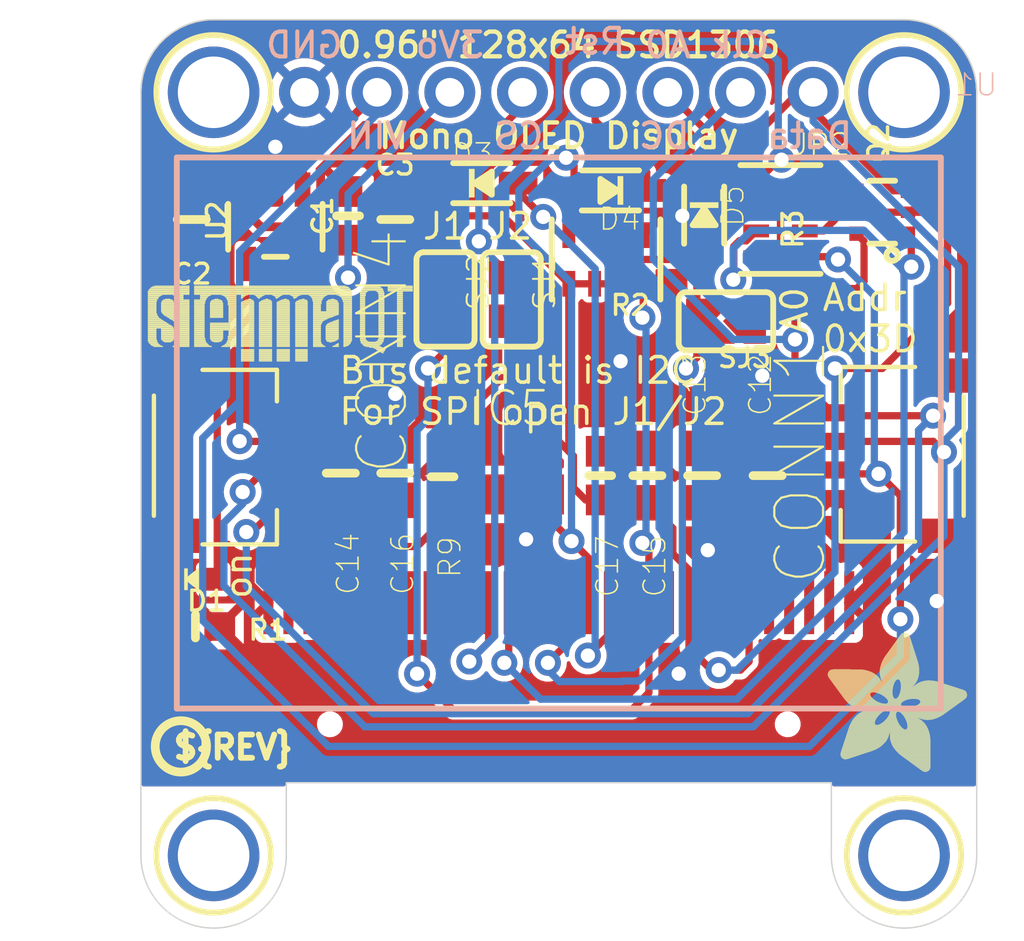
<source format=kicad_pcb>
(kicad_pcb (version 20221018) (generator pcbnew)
  (layers (0 "F.Cu" signal) (31 "B.Cu" signal) (34 "B.Paste" user) (35 "F.Paste" user) (36 "B.SilkS" user "B.Silkscreen") (37 "F.SilkS" user "F.Silkscreen") (38 "B.Mask" user) (39 "F.Mask" user) (44 "Edge.Cuts" user))
  (net 0 "")
  (net 1 "GND")
  (net 2 "SDA")
  (net 3 "SCL")
  (net 4 "3.3V")
  (net 5 "VCC")
  (net 6 "N$2")
  (net 7 "D0/SCLK/SCK_3.3V")
  (net 8 "D1/MOSI/SDA1_3.3V")
  (net 9 "N$9")
  (net 10 "CS_3.3V")
  (net 11 "RST_3.3V")
  (net 12 "DC/SA0_3.3V")
  (net 13 "CS_5.0V")
  (net 14 "RST_5.0V")
  (net 15 "DC/SA0_5.0V")
  (net 16 "N$10")
  (net 17 "N$11")
  (net 18 "N$12")
  (net 19 "N$13")
  (net 20 "N$14")
  (net 21 "N$15")
  (net 22 "N$16")
  (net 23 "N$17")
  (footprint "working:MOUNTINGHOLE_2.5_PLATED" (layer "F.Cu") (at 136.4361 118.3386)
    (fp_text reference "U$19" hide)
    (fp_text value "MOUNTINGHOLE2.5" hide)
  )
  (footprint "working:SOD-323" (layer "F.Cu") (at 145.8087 94.8436)
    (fp_text reference "D3")
    (fp_text value "1N4148")
  )
  (footprint "working:RESPACK_4X0603" (layer "F.Cu") (at 150.1521 97.5106 180)
    (fp_text reference "R2")
    (fp_text value "10K")
  )
  (footprint "working:MOUNTINGHOLE_2.5_PLATED" (layer "F.Cu") (at 136.4361 91.6686)
    (fp_text reference "U$1" hide)
    (fp_text value "MOUNTINGHOLE2.5" hide)
  )
  (footprint "working:FIDUCIAL_1MM" (layer "F.Cu") (at 134.9121 112.3061)
    (fp_text reference "FID3" hide)
    (fp_text value "FIDUCIAL_1MM" hide)
  )
  (footprint "working:RESPACK_4X0603" (layer "F.Cu") (at 156.2481 96.1136 90)
    (fp_text reference "R3")
    (fp_text value "10K")
  )
  (footprint "working:JST_SH4" (layer "F.Cu") (at 160.5661 104.3686 90)
    (fp_text reference "CONN1")
    (fp_text value "STEMMA_I2C_QT" hide)
  )
  (footprint "working:0603-NO" (layer "F.Cu") (at 149.9465 105.0646 -90)
    (fp_text reference "C17")
    (fp_text value "0.1uF")
  )
  (footprint "working:0603-NO" (layer "F.Cu") (at 141.1351 95.9866 90)
    (fp_text reference "C1")
    (fp_text value "0.1uF")
  )
  (footprint "working:0805-NO" (layer "F.Cu") (at 155.7965 105.0646 90)
    (fp_text reference "C12")
    (fp_text value "2.2uF")
  )
  (footprint "working:0805-NO" (layer "F.Cu") (at 142.7861 96.1136 90)
    (fp_text reference "C3")
    (fp_text value "10uF")
  )
  (footprint "working:0805-NO" (layer "F.Cu") (at 140.8811 104.9782 -90)
    (fp_text reference "C14")
    (fp_text value "10uF")
  )
  (footprint "working:0603-NO" (layer "F.Cu") (at 135.8011 110.3376)
    (fp_text reference "R1")
    (fp_text value "10K")
  )
  (footprint "working:0603-NO" (layer "F.Cu") (at 144.4371 105.1052 -90)
    (fp_text reference "R9")
    (fp_text value "390K")
  )
  (footprint "working:PCBFEAT-REV-040" (layer "F.Cu") (at 135.2931 114.5286)
    (fp_text reference "U$25" hide)
    (fp_text value "" hide)
  )
  (footprint "working:MOUNTINGHOLE_2.5_PLATED" (layer "F.Cu") (at 160.5661 118.3386)
    (fp_text reference "U$21" hide)
    (fp_text value "MOUNTINGHOLE2.5" hide)
  )
  (footprint "working:STEMMAQT" (layer "F.Cu") (at 134.1501 101.0666)
    (fp_text reference "U$31" hide)
    (fp_text value "" hide)
  )
  (footprint "working:SOT23-5" (layer "F.Cu") (at 138.5951 96.3676 180)
    (fp_text reference "U2")
    (fp_text value "AP2112K-3.3")
  )
  (footprint "working:0805-NO" (layer "F.Cu") (at 151.5975 105.0646 -90)
    (fp_text reference "C15")
    (fp_text value "10uF")
  )
  (footprint "working:MOUNTINGHOLE_2.5_PLATED" (layer "F.Cu") (at 160.5661 91.6686)
    (fp_text reference "U$17" hide)
    (fp_text value "MOUNTINGHOLE2.5" hide)
  )
  (footprint "working:SOT23" (layer "F.Cu") (at 147.2311 104.6226)
    (fp_text reference "IC5")
    (fp_text value "APX803")
  )
  (footprint "working:0805-NO" (layer "F.Cu") (at 153.5105 105.0646 90)
    (fp_text reference "C13")
    (fp_text value "2.2uF")
  )
  (footprint "working:0805-NO" (layer "F.Cu") (at 135.6741 96.1136 -90)
    (fp_text reference "C2")
    (fp_text value "10uF")
  )
  (footprint "working:ADAFRUIT_5MM" (layer "F.Cu") (at 157.8991 115.4176)
    (fp_text reference "U$8" hide)
    (fp_text value "" hide)
  )
  (footprint "working:SOLDERJUMPER_CLOSEDWIRE" (layer "F.Cu") (at 146.8567 98.9076 -90)
    (fp_text reference "SJ1")
    (fp_text value "")
  )
  (footprint "working:SOT363" (layer "F.Cu") (at 159.8041 95.8596 90)
    (fp_text reference "Q2")
    (fp_text value "BSS138")
  )
  (footprint "working:FIDUCIAL_1MM" (layer "F.Cu") (at 162.0901 94.4245)
    (fp_text reference "FID4" hide)
    (fp_text value "FIDUCIAL_1MM" hide)
  )
  (footprint "working:SOLDERJUMPER_ARROW_NOPASTE" (layer "F.Cu") (at 154.3431 99.6696 180)
    (fp_text reference "SJ3")
    (fp_text value "")
  )
  (footprint "working:SOD-323" (layer "F.Cu") (at 153.5811 95.9612 -90)
    (fp_text reference "D5")
    (fp_text value "1N4148")
  )
  (footprint "working:JST_SH4" (layer "F.Cu") (at 136.4361 104.3686 -90)
    (fp_text reference "CONN4")
    (fp_text value "STEMMA_I2C_QT" hide)
  )
  (footprint "working:SOD-323" (layer "F.Cu") (at 150.3045 95.0976 180)
    (fp_text reference "D4")
    (fp_text value "1N4148")
  )
  (footprint "working:0805-NO" (layer "F.Cu") (at 142.7861 104.9782 -90)
    (fp_text reference "C16")
    (fp_text value "10uF")
  )
  (footprint "working:CHIPLED_0603_NOOUTLINE" (layer "F.Cu") (at 135.6741 108.6866 90)
    (fp_text reference "D1")
    (fp_text value "GREEN")
  )
  (footprint "working:SOLDERJUMPER_CLOSEDWIRE" (layer "F.Cu") (at 144.5415 98.9076 -90)
    (fp_text reference "SJ2")
    (fp_text value "")
  )
  (footprint "working:1X08_ROUND_70" (layer "F.Cu") (at 148.5011 91.6686 180)
    (fp_text reference "JP2")
    (fp_text value "")
  )
  (footprint "working:UG-2864HSWEG01_0.96IN_WRAPAROUND" (layer "B.Cu") (at 148.5011 108.3056 180)
    (fp_text reference "U1")
    (fp_text value "UG-2864HSWEG01")
  )
  (gr_arc (start 133.8961 91.6686) (mid 134.640049 89.872549) (end 136.4361 89.1286) (stroke (width 0.05)) (layer "Edge.Cuts"))
  (gr_line (start 158.0261 115.7986) (end 158.0261 118.3386) (stroke (width 0.05)) (layer "Edge.Cuts"))
  (gr_line (start 133.8961 91.6686) (end 133.8961 118.3386) (stroke (width 0.05)) (layer "Edge.Cuts"))
  (gr_arc (start 136.4361 120.8786) (mid 134.640049 120.134651) (end 133.8961 118.3386) (stroke (width 0.05)) (layer "Edge.Cuts"))
  (gr_line (start 163.1061 118.3386) (end 163.1061 91.6686) (stroke (width 0.05)) (layer "Edge.Cuts"))
  (gr_line (start 160.5661 89.1286) (end 136.4361 89.1286) (stroke (width 0.05)) (layer "Edge.Cuts"))
  (gr_arc (start 160.5661 120.8786) (mid 158.770049 120.134651) (end 158.0261 118.3386) (stroke (width 0.05)) (layer "Edge.Cuts"))
  (gr_arc (start 163.1061 118.3386) (mid 162.362151 120.134651) (end 160.5661 120.8786) (stroke (width 0.05)) (layer "Edge.Cuts"))
  (gr_arc (start 138.9761 118.3386) (mid 138.232151 120.134651) (end 136.4361 120.8786) (stroke (width 0.05)) (layer "Edge.Cuts"))
  (gr_line (start 138.9761 115.7986) (end 158.0261 115.7986) (stroke (width 0.05)) (layer "Edge.Cuts"))
  (gr_line (start 138.9761 118.3386) (end 138.9761 115.7986) (stroke (width 0.05)) (layer "Edge.Cuts"))
  (gr_arc (start 160.5661 89.1286) (mid 162.362151 89.872549) (end 163.1061 91.6686) (stroke (width 0.05)) (layer "Edge.Cuts"))
  (gr_text "GND" (at 139.6111 90.0176) (layer "B.SilkS") (effects (font (size 0.87376 0.87376) (thickness 0.14224)) (justify mirror)))
  (gr_text "Clk" (at 154.8511 90.0176) (layer "B.SilkS") (effects (font (size 0.87376 0.87376) (thickness 0.14224)) (justify mirror)))
  (gr_text "Rst" (at 149.7711 89.8906) (layer "B.SilkS") (effects (font (size 0.87376 0.87376) (thickness 0.14224)) (justify mirror)))
  (gr_text "A0" (at 152.3111 90.0176) (layer "B.SilkS") (effects (font (size 0.87376 0.87376) (thickness 0.14224)) (justify mirror)))
  (gr_text "VIN" (at 142.1511 93.1926) (layer "B.SilkS") (effects (font (size 0.87376 0.87376) (thickness 0.14224)) (justify mirror)))
  (gr_text "CS" (at 147.1041 93.1926) (layer "B.SilkS") (effects (font (size 0.87376 0.87376) (thickness 0.14224)) (justify mirror)))
  (gr_text "Data" (at 157.2641 93.1926) (layer "B.SilkS") (effects (font (size 0.87376 0.87376) (thickness 0.14224)) (justify mirror)))
  (gr_text "3Vo" (at 144.6911 90.0176) (layer "B.SilkS") (effects (font (size 0.87376 0.87376) (thickness 0.14224)) (justify mirror)))
  (gr_text "DC" (at 152.1841 93.1926) (layer "B.SilkS") (effects (font (size 0.87376 0.87376) (thickness 0.14224)) (justify mirror)))
  (gr_text "J2" (at 145.9611 96.8756) (layer "F.SilkS") (effects (font (size 0.89408 0.89408) (thickness 0.12192)) (justify left bottom)))
  (gr_text "Mono OLED Display" (at 148.5011 93.1926) (layer "F.SilkS") (effects (font (size 0.8636 0.8636) (thickness 0.1524))))
  (gr_text "Addr\n0x3D" (at 157.6451 100.8126) (layer "F.SilkS") (effects (font (size 0.89408 0.89408) (thickness 0.12192)) (justify left bottom)))
  (gr_text "A0" (at 157.2641 100.1776 90) (layer "F.SilkS") (effects (font (size 0.89408 0.89408) (thickness 0.12192)) (justify left bottom)))
  (gr_text "on" (at 137.8331 109.4486 90) (layer "F.SilkS") (effects (font (size 0.89408 0.89408) (thickness 0.12192)) (justify left bottom)))
  (gr_text "Bus default is I2C\nFor SPI open J1/J2" (at 140.7541 103.3526) (layer "F.SilkS") (effects (font (size 0.89408 0.89408) (thickness 0.12192)) (justify left bottom)))
  (gr_text "0.96\" 128x64 SSD1306" (at 148.5011 90.0176) (layer "F.SilkS") (effects (font (size 0.8636 0.8636) (thickness 0.1524))))
  (gr_text "J1" (at 143.6751 96.8756) (layer "F.SilkS") (effects (font (size 0.89408 0.89408) (thickness 0.12192)) (justify left bottom)))
  (via (at 155.6131 101.5746) (size 0.9064) (drill 0.5) (layers "F.Cu" "B.Cu") (net 1))
  (via (at 152.8191 95.9866) (size 0.9064) (drill 0.5) (layers "F.Cu" "B.Cu") (net 1))
  (via (at 147.3581 107.2896) (size 0.9064) (drill 0.5) (layers "F.Cu" "B.Cu") (net 1))
  (via (at 150.6601 101.0666) (size 0.9064) (drill 0.5) (layers "F.Cu" "B.Cu") (net 1))
  (via (at 161.7091 109.4486) (size 0.9064) (drill 0.5) (layers "F.Cu" "B.Cu") (net 1))
  (via (at 152.6921 111.9886) (size 0.9064) (drill 0.5) (layers "F.Cu" "B.Cu") (net 1))
  (via (at 153.7081 107.6706) (size 0.9064) (drill 0.5) (layers "F.Cu" "B.Cu") (net 1))
  (via (at 138.5951 93.5736) (size 0.9064) (drill 0.5) (layers "F.Cu" "B.Cu") (net 1))
  (via (at 142.7861 102.2096) (size 0.9064) (drill 0.5) (layers "F.Cu" "B.Cu") (net 1))
  (segment (start 138.2221 104.8686) (end 138.9501 104.8686) (width 0.254) (layer "F.Cu") (net 2))
  (segment (start 154.7051 95.7136) (end 154.4701 95.4786) (width 0.254) (layer "F.Cu") (net 2))
  (segment (start 157.3911 92.3036) (end 157.3911 91.7956) (width 0.254) (layer "F.Cu") (net 2))
  (segment (start 137.4521 105.6386) (end 138.2221 104.8686) (width 0.254) (layer "F.Cu") (net 2))
  (segment (start 155.3981 95.7136) (end 154.7051 95.7136) (width 0.254) (layer "F.Cu") (net 2))
  (segment (start 154.4701 94.0816) (end 156.7561 91.7956) (width 0.254) (layer "F.Cu") (net 2))
  (segment (start 156.7561 91.7956) (end 157.3911 91.7956) (width 0.254) (layer "F.Cu") (net 2))
  (segment (start 158.0521 103.8686) (end 161.5901 103.8686) (width 0.254) (layer "F.Cu") (net 2))
  (segment (start 160.7041 95.1096) (end 160.1971 95.1096) (width 0.254) (layer "F.Cu") (net 2))
  (segment (start 160.1971 95.1096) (end 157.3911 92.3036) (width 0.254) (layer "F.Cu") (net 2))
  (segment (start 161.5901 103.8686) (end 161.9631 104.2416) (width 0.254) (layer "F.Cu") (net 2))
  (segment (start 154.4701 95.4786) (end 154.4701 94.0816) (width 0.254) (layer "F.Cu") (net 2))
  (segment (start 157.3911 91.7956) (end 157.3911 91.6686) (width 0.254) (layer "F.Cu") (net 2))
  (via (at 137.4521 105.6386) (size 0.9064) (drill 0.5) (layers "F.Cu" "B.Cu") (net 2))
  (via (at 161.9631 104.2416) (size 0.9064) (drill 0.5) (layers "F.Cu" "B.Cu") (net 2))
  (segment (start 161.9631 104.2416) (end 161.9631 103.8606) (width 0.254) (layer "B.Cu") (net 2))
  (segment (start 162.4711 103.3526) (end 161.9631 103.8606) (width 0.254) (layer "B.Cu") (net 2))
  (segment (start 141.7193 113.8428) (end 136.7957 108.9192) (width 0.254) (layer "B.Cu") (net 2))
  (segment (start 137.4521 106.0547) (end 137.4521 105.6386) (width 0.254) (layer "B.Cu") (net 2))
  (segment (start 155.294481 113.8428) (end 141.7193 113.8428) (width 0.254) (layer "B.Cu") (net 2))
  (segment (start 157.3911 92.6846) (end 157.3911 91.6686) (width 0.254) (layer "B.Cu") (net 2))
  (segment (start 136.7957 108.9192) (end 136.7957 106.7111) (width 0.254) (layer "B.Cu") (net 2))
  (segment (start 162.4711 103.3526) (end 162.4711 97.7646) (width 0.254) (layer "B.Cu") (net 2))
  (segment (start 161.9631 104.2416) (end 161.9631 107.174182) (width 0.254) (layer "B.Cu") (net 2))
  (segment (start 136.7957 106.7111) (end 137.4521 106.0547) (width 0.254) (layer "B.Cu") (net 2))
  (segment (start 162.4711 97.7646) (end 157.3911 92.6846) (width 0.254) (layer "B.Cu") (net 2))
  (segment (start 161.9631 107.174182) (end 155.294481 113.8428) (width 0.254) (layer "B.Cu") (net 2))
  (segment (start 156.7561 101.5726) (end 158.0521 102.8686) (width 0.254) (layer "F.Cu") (net 3))
  (segment (start 159.1691 96.8746) (end 158.9041 96.6096) (width 0.254) (layer "F.Cu") (net 3))
  (segment (start 158.1551 102.9716) (end 158.0521 102.8686) (width 0.254) (layer "F.Cu") (net 3))
  (segment (start 156.5111 98.5266) (end 156.7561 98.5266) (width 0.254) (layer "F.Cu") (net 3))
  (segment (start 156.7561 98.5266) (end 156.7561 100.3046) (width 0.254) (layer "F.Cu") (net 3))
  (segment (start 156.7561 100.3046) (end 156.7561 101.5726) (width 0.254) (layer "F.Cu") (net 3))
  (segment (start 155.3981 97.4136) (end 156.5111 98.5266) (width 0.254) (layer "F.Cu") (net 3))
  (segment (start 138.9501 105.8686) (end 137.7831 107.0356) (width 0.254) (layer "F.Cu") (net 3))
  (segment (start 156.7561 98.5266) (end 158.9151 98.5266) (width 0.254) (layer "F.Cu") (net 3))
  (segment (start 161.5821 102.9716) (end 158.1551 102.9716) (width 0.254) (layer "F.Cu") (net 3))
  (segment (start 158.9151 98.5266) (end 159.1691 98.2726) (width 0.254) (layer "F.Cu") (net 3))
  (segment (start 159.1691 98.2726) (end 159.1691 96.8746) (width 0.254) (layer "F.Cu") (net 3))
  (segment (start 137.7831 107.0356) (end 137.5791 107.0356) (width 0.254) (layer "F.Cu") (net 3))
  (via (at 161.5821 102.9716) (size 0.9064) (drill 0.5) (layers "F.Cu" "B.Cu") (net 3))
  (via (at 137.5791 107.0356) (size 0.9064) (drill 0.5) (layers "F.Cu" "B.Cu") (net 3))
  (via (at 156.7561 100.3046) (size 0.9064) (drill 0.5) (layers "F.Cu" "B.Cu") (net 3))
  (segment (start 154.5971 100.3046) (end 151.8031 97.5106) (width 0.254) (layer "B.Cu") (net 3))
  (segment (start 137.5791 108.9406) (end 142.0241 113.3856) (width 0.254) (layer "B.Cu") (net 3))
  (segment (start 151.8031 94.7166) (end 151.8031 97.5106) (width 0.254) (layer "B.Cu") (net 3))
  (segment (start 161.0741 107.4166) (end 161.0741 103.4796) (width 0.254) (layer "B.Cu") (net 3))
  (segment (start 155.1051 113.3856) (end 161.0741 107.4166) (width 0.254) (layer "B.Cu") (net 3))
  (segment (start 137.5791 107.0356) (end 137.5791 108.9406) (width 0.254) (layer "B.Cu") (net 3))
  (segment (start 154.8511 91.6686) (end 151.8031 94.7166) (width 0.254) (layer "B.Cu") (net 3))
  (segment (start 142.0241 113.3856) (end 155.1051 113.3856) (width 0.254) (layer "B.Cu") (net 3))
  (segment (start 161.0741 103.4796) (end 161.5821 102.9716) (width 0.254) (layer "B.Cu") (net 3))
  (segment (start 156.7561 100.3046) (end 154.5971 100.3046) (width 0.254) (layer "B.Cu") (net 3))
  (segment (start 149.0113 105.4874) (end 149.0113 104.377825) (width 0.254) (layer "F.Cu") (net 4))
  (segment (start 151.5975 106.0146) (end 152.4865 106.9036) (width 0.254) (layer "F.Cu") (net 4))
  (segment (start 147.987 97.4955) (end 147.987 97.424625) (width 0.254) (layer "F.Cu") (net 4))
  (segment (start 152.4865 106.9036) (end 152.4865 107.7926) (width 0.254) (layer "F.Cu") (net 4))
  (segment (start 144.5415 96.6442) (end 144.5415 98.1456) (width 0.254) (layer "F.Cu") (net 4))
  (segment (start 158.0896 95.1611) (end 158.0896 96.1771) (width 0.254) (layer "F.Cu") (net 4))
  (segment (start 149.9465 105.9146) (end 149.4385 105.9146) (width 0.254) (layer "F.Cu") (net 4))
  (segment (start 162.0901 99.0346) (end 159.8041 101.3206) (width 0.254) (layer "F.Cu") (net 4))
  (segment (start 158.0896 96.1771) (end 157.7531 96.5136) (width 0.254) (layer "F.Cu") (net 4))
  (segment (start 136.5631 100.6497) (end 139.5451 97.6677) (width 0.254) (layer "F.Cu") (net 4))
  (segment (start 139.5451 97.6677) (end 140.3762 96.8366) (width 0.3048) (layer "F.Cu") (net 4))
  (segment (start 142.7861 97.0636) (end 143.8681 98.1456) (width 0.3048) (layer "F.Cu") (net 4))
  (segment (start 150.0465 106.0146) (end 149.9465 105.9146) (width 0.254) (layer "F.Cu") (net 4))
  (segment (start 159.8041 101.3206) (end 158.1531 101.3206) (width 0.254) (layer "F.Cu") (net 4))
  (segment (start 136.5631 108.5476) (end 136.5631 100.6497) (width 0.254) (layer "F.Cu") (net 4))
  (segment (start 158.4071 95.8596) (end 158.0896 96.1771) (width 0.254) (layer "F.Cu") (net 4))
  (segment (start 147.987 97.424625) (end 146.548975 95.9866) (width 0.254) (layer "F.Cu") (net 4))
  (segment (start 148.8521 104.218625) (end 149.0113 104.377825) (width 0.254) (layer "F.Cu") (net 4))
  (segment (start 160.7041 95.8596) (end 158.9041 95.8596) (width 0.254) (layer "F.Cu") (net 4))
  (segment (start 153.0511 109.5056) (end 153.0511 111.0776) (width 0.254) (layer "F.Cu") (net 4))
  (segment (start 148.8521 104.218625) (end 148.156075 103.5226) (width 0.254) (layer "F.Cu") (net 4))
  (segment (start 143.8681 98.1456) (end 144.5415 98.1456) (width 0.3048) (layer "F.Cu") (net 4))
  (segment (start 141.1351 98.1456) (end 141.1351 96.8366) (width 0.254) (layer "F.Cu") (net 4))
  (segment (start 148.8521 98.3606) (end 147.987 97.4955) (width 0.254) (layer "F.Cu") (net 4))
  (segment (start 142.5591 96.8366) (end 142.7861 97.0636) (width 0.3048) (layer "F.Cu") (net 4))
  (segment (start 153.8351 111.8616) (end 154.0891 111.8616) (width 0.254) (layer "F.Cu") (net 4))
  (segment (start 162.0901 96.4946) (end 162.0901 99.0346) (width 0.254) (layer "F.Cu") (net 4))
  (segment (start 157.0981 94.8136) (end 157.7421 94.8136) (width 0.254) (layer "F.Cu") (net 4))
  (segment (start 145.1991 95.9866) (end 144.5415 96.6442) (width 0.254) (layer "F.Cu") (net 4))
  (segment (start 148.156075 103.5226) (end 147.2311 103.5226) (width 0.254) (layer "F.Cu") (net 4))
  (segment (start 157.7531 96.5136) (end 157.0981 96.5136) (width 0.254) (layer "F.Cu") (net 4))
  (segment (start 136.4241 108.6866) (end 136.5631 108.5476) (width 0.254) (layer "F.Cu") (net 4))
  (segment (start 157.7421 94.8136) (end 158.0896 95.1611) (width 0.254) (layer "F.Cu") (net 4))
  (segment (start 161.4551 95.8596) (end 162.0901 96.4946) (width 0.254) (layer "F.Cu") (net 4))
  (segment (start 140.3762 96.8366) (end 141.1351 96.8366) (width 0.3048) (layer "F.Cu") (net 4))
  (segment (start 154.0891 111.8616) (end 154.8511 111.8616) (width 0.254) (layer "F.Cu") (net 4))
  (segment (start 146.548975 95.9866) (end 145.1991 95.9866) (width 0.254) (layer "F.Cu") (net 4))
  (segment (start 160.7041 95.8596) (end 161.4551 95.8596) (width 0.254) (layer "F.Cu") (net 4))
  (segment (start 150.5521 98.3606) (end 149.7521 98.3606) (width 0.254) (layer "F.Cu") (net 4))
  (segment (start 154.8511 111.8616) (end 155.1511 111.5616) (width 0.254) (layer "F.Cu") (net 4))
  (segment (start 153.0511 108.3572) (end 153.0511 109.5056) (width 0.254) (layer "F.Cu") (net 4))
  (segment (start 153.0511 111.0776) (end 153.8351 111.8616) (width 0.254) (layer "F.Cu") (net 4))
  (segment (start 151.5975 106.0146) (end 150.0465 106.0146) (width 0.254) (layer "F.Cu") (net 4))
  (segment (start 148.8521 98.3606) (end 148.8521 104.218625) (width 0.254) (layer "F.Cu") (net 4))
  (segment (start 149.4385 105.9146) (end 149.0113 105.4874) (width 0.254) (layer "F.Cu") (net 4))
  (segment (start 155.1511 111.5616) (end 155.1511 109.5056) (width 0.254) (layer "F.Cu") (net 4))
  (segment (start 158.9041 95.8596) (end 158.4071 95.8596) (width 0.254) (layer "F.Cu") (net 4))
  (segment (start 153.0511 108.3572) (end 152.4865 107.7926) (width 0.254) (layer "F.Cu") (net 4))
  (segment (start 141.1351 96.8366) (end 142.5591 96.8366) (width 0.3048) (layer "F.Cu") (net 4))
  (segment (start 149.7521 98.3606) (end 148.8521 98.3606) (width 0.254) (layer "F.Cu") (net 4))
  (via (at 154.0891 111.8616) (size 0.9064) (drill 0.5) (layers "F.Cu" "B.Cu") (net 4))
  (via (at 141.1351 98.1456) (size 0.9064) (drill 0.5) (layers "F.Cu" "B.Cu") (net 4))
  (via (at 158.1531 101.3206) (size 0.9064) (drill 0.5) (layers "F.Cu" "B.Cu") (net 4))
  (segment (start 158.1531 108.4326) (end 154.7241 111.8616) (width 0.254) (layer "B.Cu") (net 4))
  (segment (start 158.1531 101.3206) (end 158.1531 108.4326) (width 0.254) (layer "B.Cu") (net 4))
  (segment (start 154.7241 111.8616) (end 154.0891 111.8616) (width 0.254) (layer "B.Cu") (net 4))
  (segment (start 141.1351 95.2246) (end 141.1351 98.1456) (width 0.254) (layer "B.Cu") (net 4))
  (segment (start 144.6911 91.6686) (end 141.1351 95.2246) (width 0.254) (layer "B.Cu") (net 4))
  (segment (start 158.1871 105.0036) (end 158.0521 104.8686) (width 0.254) (layer "F.Cu") (net 5))
  (segment (start 160.4391 110.0836) (end 160.4391 105.7656) (width 0.254) (layer "F.Cu") (net 5))
  (segment (start 137.6451 95.9256) (end 137.6451 95.0675) (width 0.3048) (layer "F.Cu") (net 5))
  (segment (start 139.5451 95.0675) (end 139.5451 95.9256) (width 0.3048) (layer "F.Cu") (net 5))
  (segment (start 138.0871 96.3676) (end 137.6451 95.9256) (width 0.3048) (layer "F.Cu") (net 5))
  (segment (start 159.6771 105.0036) (end 158.1871 105.0036) (width 0.254) (layer "F.Cu") (net 5))
  (segment (start 158.2587 97.4136) (end 158.2587 97.5106) (width 0.254) (layer "F.Cu") (net 5))
  (segment (start 156.2481 96.1136) (end 156.2481 97.1296) (width 0.254) (layer "F.Cu") (net 5))
  (segment (start 160.4391 105.7656) (end 159.6771 105.0036) (width 0.254) (layer "F.Cu") (net 5))
  (segment (start 137.549 95.1636) (end 135.6741 95.1636) (width 0.3048) (layer "F.Cu") (net 5))
  (segment (start 142.1511 91.6686) (end 139.5451 94.2746) (width 0.3048) (layer "F.Cu") (net 5))
  (segment (start 156.5321 97.4136) (end 157.0981 97.4136) (width 0.254) (layer "F.Cu") (net 5))
  (segment (start 139.1031 96.3676) (end 138.0871 96.3676) (width 0.3048) (layer "F.Cu") (net 5))
  (segment (start 157.0981 95.7136) (end 156.6481 95.7136) (width 0.254) (layer "F.Cu") (net 5))
  (segment (start 138.9501 103.8686) (end 137.3545 103.8686) (width 0.254) (layer "F.Cu") (net 5))
  (segment (start 137.3545 103.8686) (end 137.3465 103.8606) (width 0.254) (layer "F.Cu") (net 5))
  (segment (start 137.6451 95.0675) (end 137.549 95.1636) (width 0.3048) (layer "F.Cu") (net 5))
  (segment (start 156.6481 95.7136) (end 156.2481 96.1136) (width 0.254) (layer "F.Cu") (net 5))
  (segment (start 157.0981 97.4136) (end 158.2587 97.4136) (width 0.254) (layer "F.Cu") (net 5))
  (segment (start 156.2481 97.1296) (end 156.5321 97.4136) (width 0.254) (layer "F.Cu") (net 5))
  (segment (start 139.5451 95.9256) (end 139.1031 96.3676) (width 0.3048) (layer "F.Cu") (net 5))
  (segment (start 139.5451 94.2746) (end 139.5451 95.0675) (width 0.3048) (layer "F.Cu") (net 5))
  (via (at 159.6771 105.0036) (size 0.9064) (drill 0.5) (layers "F.Cu" "B.Cu") (net 5))
  (via (at 137.3465 103.8606) (size 0.9064) (drill 0.5) (layers "F.Cu" "B.Cu") (net 5))
  (via (at 158.2587 97.5106) (size 0.9064) (drill 0.5) (layers "F.Cu" "B.Cu") (net 5))
  (via (at 160.4391 110.0836) (size 0.9064) (drill 0.5) (layers "F.Cu" "B.Cu") (net 5))
  (segment (start 137.3465 103.8606) (end 137.3465 102.4636) (width 0.254) (layer "B.Cu") (net 5))
  (segment (start 157.2641 114.5286) (end 160.4391 111.3536) (width 0.254) (layer "B.Cu") (net 5))
  (segment (start 137.3465 102.4636) (end 136.0551 103.755) (width 0.254) (layer "B.Cu") (net 5))
  (segment (start 159.5287 104.8552) (end 159.6771 105.0036) (width 0.254) (layer "B.Cu") (net 5))
  (segment (start 142.1511 92.4306) (end 142.1511 91.6686) (width 0.254) (layer "B.Cu") (net 5))
  (segment (start 137.3465 102.4636) (end 137.3465 97.2352) (width 0.254) (layer "B.Cu") (net 5))
  (segment (start 160.4391 111.3536) (end 160.4391 110.0836) (width 0.254) (layer "B.Cu") (net 5))
  (segment (start 159.5287 98.7806) (end 159.5287 104.8552) (width 0.254) (layer "B.Cu") (net 5))
  (segment (start 159.5287 98.7806) (end 158.2587 97.5106) (width 0.254) (layer "B.Cu") (net 5))
  (segment (start 136.0551 103.755) (end 136.0551 110.131263) (width 0.254) (layer "B.Cu") (net 5))
  (segment (start 137.3465 97.2352) (end 142.1511 92.4306) (width 0.254) (layer "B.Cu") (net 5))
  (segment (start 136.0551 110.131263) (end 140.452437 114.5286) (width 0.254) (layer "B.Cu") (net 5))
  (segment (start 140.452437 114.5286) (end 157.2641 114.5286) (width 0.254) (layer "B.Cu") (net 5))
  (segment (start 134.9241 108.6866) (end 134.9241 110.3106) (width 0.254) (layer "F.Cu") (net 6))
  (segment (start 134.9241 110.3106) (end 134.9511 110.3376) (width 0.254) (layer "F.Cu") (net 6))
  (segment (start 155.0533 96.8584) (end 154.811325 96.8584) (width 0.254) (layer "F.Cu") (net 7))
  (segment (start 154.811325 96.8584) (end 154.6179 97.051825) (width 0.254) (layer "F.Cu") (net 7))
  (segment (start 154.6179 98.197688) (end 154.5984 98.217188) (width 0.254) (layer "F.Cu") (net 7))
  (segment (start 154.6179 97.051825) (end 154.6179 98.197688) (width 0.254) (layer "F.Cu") (net 7))
  (segment (start 155.3981 96.5136) (end 155.0533 96.8584) (width 0.254) (layer "F.Cu") (net 7))
  (segment (start 146.5961 111.408575) (end 146.7511 111.563575) (width 0.254) (layer "F.Cu") (net 7))
  (segment (start 160.8201 97.7646) (end 160.8201 96.7256) (width 0.254) (layer "F.Cu") (net 7))
  (segment (start 146.7511 109.5056) (end 146.7511 111.563575) (width 0.254) (layer "F.Cu") (net 7))
  (segment (start 160.8201 96.7256) (end 160.7041 96.6096) (width 0.254) (layer "F.Cu") (net 7))
  (segment (start 146.5961 111.6076) (end 146.5961 111.408575) (width 0.254) (layer "F.Cu") (net 7))
  (via (at 160.8201 97.7646) (size 0.9064) (drill 0.5) (layers "F.Cu" "B.Cu") (net 7))
  (via (at 154.5984 98.217188) (size 0.9064) (drill 0.5) (layers "F.Cu" "B.Cu") (net 7))
  (via (at 146.5961 111.6076) (size 0.9064) (drill 0.5) (layers "F.Cu" "B.Cu") (net 7))
  (segment (start 154.5984 97.1283) (end 155.2321 96.4946) (width 0.254) (layer "B.Cu") (net 7))
  (segment (start 160.5661 98.0186) (end 160.8201 97.7646) (width 0.254) (layer "B.Cu") (net 7))
  (segment (start 154.5984 98.217188) (end 154.5984 97.1283) (width 0.254) (layer "B.Cu") (net 7))
  (segment (start 155.2321 96.4946) (end 159.1691 96.4946) (width 0.254) (layer "B.Cu") (net 7))
  (segment (start 146.5961 111.6076) (end 147.8661 112.8776) (width 0.254) (layer "B.Cu") (net 7))
  (segment (start 160.4391 97.7646) (end 160.8201 97.7646) (width 0.254) (layer "B.Cu") (net 7))
  (segment (start 160.5661 98.0186) (end 160.5661 107.0356) (width 0.254) (layer "B.Cu") (net 7))
  (segment (start 154.7241 112.8776) (end 160.5661 107.0356) (width 0.254) (layer "B.Cu") (net 7))
  (segment (start 154.7241 112.8776) (end 147.8661 112.8776) (width 0.254) (layer "B.Cu") (net 7))
  (segment (start 159.1691 96.4946) (end 160.4391 97.7646) (width 0.254) (layer "B.Cu") (net 7))
  (segment (start 156.1301 94.0816) (end 155.3981 94.8136) (width 0.254) (layer "F.Cu") (net 8))
  (segment (start 145.7071 96.8756) (end 145.7071 96.996) (width 0.254) (layer "F.Cu") (net 8))
  (segment (start 157.8761 94.0816) (end 156.2481 94.0816) (width 0.254) (layer "F.Cu") (net 8))
  (segment (start 156.283406 94.025007) (end 156.283406 94.046294) (width 0.254) (layer "F.Cu") (net 8))
  (segment (start 146.0511 110.8826) (end 145.37205 111.56165) (width 0.254) (layer "F.Cu") (net 8))
  (segment (start 146.0511 109.5056) (end 146.0511 110.8826) (width 0.254) (layer "F.Cu") (net 8))
  (segment (start 156.2481 94.0816) (end 156.1301 94.0816) (width 0.254) (layer "F.Cu") (net 8))
  (segment (start 156.283406 94.046294) (end 156.2481 94.0816) (width 0.254) (layer "F.Cu") (net 8))
  (segment (start 146.8567 98.1456) (end 145.7071 96.996) (width 0.254) (layer "F.Cu") (net 8))
  (segment (start 158.9041 95.1096) (end 157.8761 94.0816) (width 0.254) (layer "F.Cu") (net 8))
  (via (at 156.283406 94.025007) (size 0.9064) (drill 0.5) (layers "F.Cu" "B.Cu") (net 8))
  (via (at 145.7071 96.8756) (size 0.9064) (drill 0.5) (layers "F.Cu" "B.Cu") (net 8))
  (via (at 145.37205 111.56165) (size 0.9064) (drill 0.5) (layers "F.Cu" "B.Cu") (net 8))
  (segment (start 155.4861 89.8906) (end 156.1719 90.5764) (width 0.254) (layer "B.Cu") (net 8))
  (segment (start 148.5011 92.3036) (end 148.5011 90.5256) (width 0.254) (layer "B.Cu") (net 8))
  (segment (start 156.1719 93.9135) (end 156.283406 94.025007) (width 0.254) (layer "B.Cu") (net 8))
  (segment (start 146.26105 97.55655) (end 146.26105 110.67265) (width 0.254) (layer "B.Cu") (net 8))
  (segment (start 156.1719 90.5764) (end 156.1719 93.9135) (width 0.254) (layer "B.Cu") (net 8))
  (segment (start 148.5011 90.5256) (end 149.1361 89.8906) (width 0.254) (layer "B.Cu") (net 8))
  (segment (start 145.7071 96.8756) (end 145.7071 97.0026) (width 0.254) (layer "B.Cu") (net 8))
  (segment (start 145.37205 111.56165) (end 146.26105 110.67265) (width 0.254) (layer "B.Cu") (net 8))
  (segment (start 145.7071 96.8756) (end 145.7071 95.0976) (width 0.254) (layer "B.Cu") (net 8))
  (segment (start 149.1361 89.8906) (end 155.4861 89.8906) (width 0.254) (layer "B.Cu") (net 8))
  (segment (start 145.7071 95.0976) (end 148.5011 92.3036) (width 0.254) (layer "B.Cu") (net 8))
  (segment (start 146.26105 97.55655) (end 145.7071 97.0026) (width 0.254) (layer "B.Cu") (net 8))
  (segment (start 151.4221 107.4166) (end 151.6511 107.6456) (width 0.254) (layer "F.Cu") (net 9))
  (segment (start 151.4521 99.5126) (end 151.4221 99.5426) (width 0.254) (layer "F.Cu") (net 9))
  (segment (start 151.4521 98.3606) (end 151.4521 99.5126) (width 0.254) (layer "F.Cu") (net 9))
  (segment (start 144.5415 99.6696) (end 144.5415 100.7082) (width 0.254) (layer "F.Cu") (net 9))
  (segment (start 144.5415 100.7082) (end 143.9291 101.3206) (width 0.254) (layer "F.Cu") (net 9))
  (segment (start 151.0411 113.2586) (end 144.8181 113.2586) (width 0.254) (layer "F.Cu") (net 9))
  (segment (start 151.6511 107.6456) (end 151.6511 109.5056) (width 0.254) (layer "F.Cu") (net 9))
  (segment (start 144.8181 113.2586) (end 143.5481 111.9886) (width 0.254) (layer "F.Cu") (net 9))
  (segment (start 151.6511 112.6486) (end 151.0411 113.2586) (width 0.254) (layer "F.Cu") (net 9))
  (segment (start 151.6511 109.5056) (end 151.6511 112.6486) (width 0.254) (layer "F.Cu") (net 9))
  (via (at 143.5481 111.9886) (size 0.9064) (drill 0.5) (layers "F.Cu" "B.Cu") (net 9))
  (via (at 151.4221 99.5426) (size 0.9064) (drill 0.5) (layers "F.Cu" "B.Cu") (net 9))
  (via (at 143.9291 101.3206) (size 0.9064) (drill 0.5) (layers "F.Cu" "B.Cu") (net 9))
  (via (at 151.4221 107.4166) (size 0.9064) (drill 0.5) (layers "F.Cu" "B.Cu") (net 9))
  (segment (start 143.9291 103.0986) (end 143.5481 103.4796) (width 0.254) (layer "B.Cu") (net 9))
  (segment (start 143.9291 101.3206) (end 143.9291 103.0986) (width 0.254) (layer "B.Cu") (net 9))
  (segment (start 143.5481 103.4796) (end 143.5481 111.9886) (width 0.254) (layer "B.Cu") (net 9))
  (segment (start 151.4221 99.5426) (end 151.5491 99.6696) (width 0.254) (layer "B.Cu") (net 9))
  (segment (start 151.5491 107.2896) (end 151.4221 107.4166) (width 0.254) (layer "B.Cu") (net 9))
  (segment (start 151.5491 99.6696) (end 151.5491 107.2896) (width 0.254) (layer "B.Cu") (net 9))
  (segment (start 150.2511 109.5056) (end 150.2511 110.6196) (width 0.254) (layer "F.Cu") (net 10))
  (segment (start 150.2511 110.6196) (end 149.5171 111.3536) (width 0.254) (layer "F.Cu") (net 10))
  (segment (start 147.0787 95.145088) (end 147.956656 96.023044) (width 0.254) (layer "F.Cu") (net 10))
  (segment (start 148.594212 96.6606) (end 147.956656 96.023044) (width 0.254) (layer "F.Cu") (net 10))
  (segment (start 148.594212 96.6606) (end 148.8521 96.6606) (width 0.254) (layer "F.Cu") (net 10))
  (segment (start 147.0787 94.8436) (end 147.0787 95.145088) (width 0.254) (layer "F.Cu") (net 10))
  (via (at 149.5171 111.3536) (size 0.9064) (drill 0.5) (layers "F.Cu" "B.Cu") (net 10))
  (via (at 147.956656 96.023044) (size 0.9064) (drill 0.5) (layers "F.Cu" "B.Cu") (net 10))
  (segment (start 149.7711 97.837488) (end 147.956656 96.023044) (width 0.254) (layer "B.Cu") (net 10))
  (segment (start 149.5171 111.3536) (end 149.7711 111.0996) (width 0.254) (layer "B.Cu") (net 10))
  (segment (start 149.7711 97.837488) (end 149.7711 111.0996) (width 0.254) (layer "B.Cu") (net 10))
  (segment (start 148.1811 105.7226) (end 148.1811 106.5886) (width 0.254) (layer "F.Cu") (net 11))
  (segment (start 148.7551 93.9546) (end 149.0345 94.234) (width 0.254) (layer "F.Cu") (net 11))
  (segment (start 149.5511 109.5056) (end 149.5511 107.9586) (width 0.254) (layer "F.Cu") (net 11))
  (segment (start 149.0345 95.0976) (end 149.7521 95.8152) (width 0.254) (layer "F.Cu") (net 11))
  (segment (start 149.0345 94.234) (end 149.0345 95.0976) (width 0.254) (layer "F.Cu") (net 11))
  (segment (start 148.1811 106.5886) (end 148.9456 107.3531) (width 0.254) (layer "F.Cu") (net 11))
  (segment (start 149.5511 107.9586) (end 148.9456 107.3531) (width 0.254) (layer "F.Cu") (net 11))
  (segment (start 149.7521 95.8152) (end 149.7521 96.6606) (width 0.254) (layer "F.Cu") (net 11))
  (via (at 148.9456 107.3531) (size 0.9064) (drill 0.5) (layers "F.Cu" "B.Cu") (net 11))
  (via (at 148.7551 93.9546) (size 0.9064) (drill 0.5) (layers "F.Cu" "B.Cu") (net 11))
  (segment (start 148.2471 93.9546) (end 148.7551 93.9546) (width 0.254) (layer "B.Cu") (net 11))
  (segment (start 148.9456 107.3531) (end 148.9456 98.3361) (width 0.254) (layer "B.Cu") (net 11))
  (segment (start 147.1041 96.4946) (end 147.1041 95.0976) (width 0.254) (layer "B.Cu") (net 11))
  (segment (start 147.1041 95.0976) (end 148.2471 93.9546) (width 0.254) (layer "B.Cu") (net 11))
  (segment (start 148.9456 98.3361) (end 147.1041 96.4946) (width 0.254) (layer "B.Cu") (net 11))
  (segment (start 153.3271 100.9396) (end 153.3271 99.6696) (width 0.254) (layer "F.Cu") (net 12))
  (segment (start 153.3271 97.4852) (end 153.5811 97.2312) (width 0.254) (layer "F.Cu") (net 12))
  (segment (start 153.3017 97.5106) (end 153.3271 97.4852) (width 0.254) (layer "F.Cu") (net 12))
  (segment (start 150.7871 97.5106) (end 153.3017 97.5106) (width 0.254) (layer "F.Cu") (net 12))
  (segment (start 148.8511 110.8766) (end 148.1201 111.6076) (width 0.254) (layer "F.Cu") (net 12))
  (segment (start 150.5521 96.6606) (end 150.5521 97.2756) (width 0.254) (layer "F.Cu") (net 12))
  (segment (start 150.5521 97.2756) (end 150.7871 97.5106) (width 0.254) (layer "F.Cu") (net 12))
  (segment (start 153.3271 99.6696) (end 153.3271 97.4852) (width 0.254) (layer "F.Cu") (net 12))
  (segment (start 148.8511 109.5056) (end 148.8511 110.8766) (width 0.254) (layer "F.Cu") (net 12))
  (segment (start 152.9461 101.3206) (end 153.3271 100.9396) (width 0.254) (layer "F.Cu") (net 12))
  (via (at 152.9461 101.3206) (size 0.9064) (drill 0.5) (layers "F.Cu" "B.Cu") (net 12))
  (via (at 148.1201 111.6076) (size 0.9064) (drill 0.5) (layers "F.Cu" "B.Cu") (net 12))
  (segment (start 148.5225 112.264) (end 148.1201 111.8616) (width 0.254) (layer "B.Cu") (net 12))
  (segment (start 148.1201 111.6076) (end 148.1201 111.8616) (width 0.254) (layer "B.Cu") (net 12))
  (segment (start 151.2951 112.2426) (end 152.8191 110.7186) (width 0.254) (layer "B.Cu") (net 12))
  (segment (start 152.8191 101.4476) (end 152.9461 101.3206) (width 0.254) (layer "B.Cu") (net 12))
  (segment (start 150.7306 112.264) (end 150.752 112.2426) (width 0.254) (layer "B.Cu") (net 12))
  (segment (start 148.5225 112.264) (end 150.7306 112.264) (width 0.254) (layer "B.Cu") (net 12))
  (segment (start 150.752 112.2426) (end 151.2951 112.2426) (width 0.254) (layer "B.Cu") (net 12))
  (segment (start 152.8191 101.4476) (end 152.8191 110.7186) (width 0.254) (layer "B.Cu") (net 12))
  (segment (start 147.2311 92.1512) (end 144.5387 94.8436) (width 0.254) (layer "F.Cu") (net 13))
  (segment (start 147.2311 91.6686) (end 147.2311 92.1512) (width 0.254) (layer "F.Cu") (net 13))
  (segment (start 149.7711 92.6592) (end 149.7711 91.6686) (width 0.254) (layer "F.Cu") (net 14))
  (segment (start 151.5745 95.0976) (end 151.5745 94.4626) (width 0.254) (layer "F.Cu") (net 14))
  (segment (start 151.5745 94.4626) (end 149.7711 92.6592) (width 0.254) (layer "F.Cu") (net 14))
  (segment (start 152.3111 91.6686) (end 153.5811 92.9386) (width 0.254) (layer "F.Cu") (net 15))
  (segment (start 153.5811 92.9386) (end 153.5811 94.6912) (width 0.254) (layer "F.Cu") (net 15))
  (segment (start 143.5481 107.5436) (end 144.4371 106.6546) (width 0.254) (layer "F.Cu") (net 16))
  (segment (start 144.4371 106.6546) (end 144.4371 105.9552) (width 0.254) (layer "F.Cu") (net 16))
  (segment (start 141.1511 109.5056) (end 141.1511 107.920182) (width 0.254) (layer "F.Cu") (net 16))
  (segment (start 141.527681 107.5436) (end 143.5481 107.5436) (width 0.254) (layer "F.Cu") (net 16))
  (segment (start 141.1511 107.920182) (end 141.527681 107.5436) (width 0.254) (layer "F.Cu") (net 16))
  (segment (start 156.9469 104.6864) (end 156.9469 106.7184) (width 0.254) (layer "F.Cu") (net 17))
  (segment (start 156.9469 106.7184) (end 157.9511 107.7226) (width 0.254) (layer "F.Cu") (net 17))
  (segment (start 155.7965 104.1146) (end 156.3751 104.1146) (width 0.254) (layer "F.Cu") (net 17))
  (segment (start 156.3751 104.1146) (end 156.9469 104.6864) (width 0.254) (layer "F.Cu") (net 17))
  (segment (start 157.9511 107.7226) (end 157.9511 109.5056) (width 0.254) (layer "F.Cu") (net 17))
  (segment (start 155.7965 106.0146) (end 156.4897 106.7078) (width 0.254) (layer "F.Cu") (net 18))
  (segment (start 157.2641 107.682182) (end 157.2641 109.4926) (width 0.254) (layer "F.Cu") (net 18))
  (segment (start 157.2641 109.4926) (end 157.2511 109.5056) (width 0.254) (layer "F.Cu") (net 18))
  (segment (start 156.4897 106.907782) (end 157.2641 107.682182) (width 0.254) (layer "F.Cu") (net 18))
  (segment (start 156.4897 106.7078) (end 156.4897 106.907782) (width 0.254) (layer "F.Cu") (net 18))
  (segment (start 154.2083 104.1146) (end 154.7163 104.6226) (width 0.254) (layer "F.Cu") (net 19))
  (segment (start 153.5105 104.1146) (end 154.2083 104.1146) (width 0.254) (layer "F.Cu") (net 19))
  (segment (start 155.0343 106.9648) (end 156.1449 108.0754) (width 0.254) (layer "F.Cu") (net 19))
  (segment (start 154.7163 106.771375) (end 154.909725 106.9648) (width 0.254) (layer "F.Cu") (net 19))
  (segment (start 156.1449 108.0754) (end 156.162875 108.0754) (width 0.254) (layer "F.Cu") (net 19))
  (segment (start 154.7163 104.6226) (end 154.7163 106.771375) (width 0.254) (layer "F.Cu") (net 19))
  (segment (start 156.162875 108.0754) (end 156.5511 108.463625) (width 0.254) (layer "F.Cu") (net 19))
  (segment (start 156.5511 108.463625) (end 156.5511 109.5056) (width 0.254) (layer "F.Cu") (net 19))
  (segment (start 154.909725 106.9648) (end 155.0343 106.9648) (width 0.254) (layer "F.Cu") (net 19))
  (segment (start 155.8511 108.463625) (end 155.462875 108.0754) (width 0.254) (layer "F.Cu") (net 20))
  (segment (start 153.5105 106.33) (end 153.5105 106.0146) (width 0.254) (layer "F.Cu") (net 20))
  (segment (start 155.2559 108.0754) (end 153.5105 106.33) (width 0.254) (layer "F.Cu") (net 20))
  (segment (start 155.462875 108.0754) (end 155.2559 108.0754) (width 0.254) (layer "F.Cu") (net 20))
  (segment (start 155.8511 109.5056) (end 155.8511 108.463625) (width 0.254) (layer "F.Cu") (net 20))
  (segment (start 140.8811 105.9282) (end 140.8811 106.2736) (width 0.254) (layer "F.Cu") (net 21))
  (segment (start 140.8811 106.2736) (end 139.7511 107.4036) (width 0.254) (layer "F.Cu") (net 21))
  (segment (start 139.7511 107.4036) (end 139.7511 109.5056) (width 0.254) (layer "F.Cu") (net 21))
  (segment (start 141.3891 107.0356) (end 142.2781 107.0356) (width 0.254) (layer "F.Cu") (net 22))
  (segment (start 140.4511 109.5056) (end 140.4511 107.9736) (width 0.254) (layer "F.Cu") (net 22))
  (segment (start 142.7861 106.5276) (end 142.7861 105.9282) (width 0.254) (layer "F.Cu") (net 22))
  (segment (start 140.4511 107.9736) (end 141.3891 107.0356) (width 0.254) (layer "F.Cu") (net 22))
  (segment (start 142.2781 107.0356) (end 142.7861 106.5276) (width 0.254) (layer "F.Cu") (net 22))
  (segment (start 146.8567 101.314) (end 146.8567 99.6696) (width 0.254) (layer "F.Cu") (net 23))
  (segment (start 145.3511 109.5056) (end 145.3511 106.672675) (width 0.254) (layer "F.Cu") (net 23))
  (segment (start 145.3943 102.7764) (end 146.8567 101.314) (width 0.254) (layer "F.Cu") (net 23))
  (segment (start 145.3511 106.672675) (end 145.3943 106.629475) (width 0.254) (layer "F.Cu") (net 23))
  (segment (start 145.3943 106.629475) (end 145.3943 102.7764) (width 0.254) (layer "F.Cu") (net 23))
  (zone (net 1) (net_name "GND") (layer "F.Cu") (priority 6) (connect_pads (clearance 0.000001)) (min_thickness 0.127) (fill yes (thermal_gap 0.304) (thermal_bridge_width 0.304))
    (polygon (pts (xy 163.2331 115.9256) (xy 133.7691 115.9256) (xy 133.7691 89.1286) (xy 163.2331 89.1286)))
  )
  (zone (net 1) (net_name "GND") (layer "B.Cu") (priority 6) (connect_pads (clearance 0.000001)) (min_thickness 0.127) (fill yes (thermal_gap 0.304) (thermal_bridge_width 0.304))
    (polygon (pts (xy 163.2331 115.9256) (xy 133.7691 115.9256) (xy 133.7691 89.1286) (xy 163.2331 89.1286)))
  )
)
</source>
